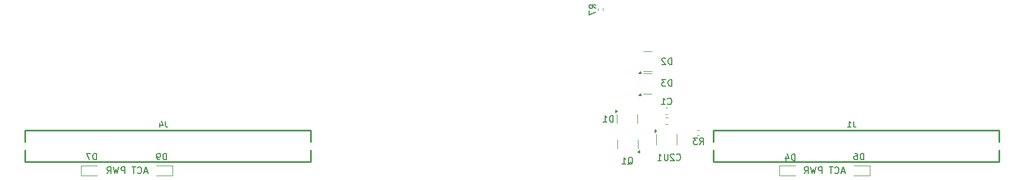
<source format=gbr>
%TF.GenerationSoftware,KiCad,Pcbnew,9.0.0*%
%TF.CreationDate,2025-06-18T14:15:24-07:00*%
%TF.ProjectId,1U Backplane,31552042-6163-46b7-906c-616e652e6b69,rev?*%
%TF.SameCoordinates,Original*%
%TF.FileFunction,Legend,Bot*%
%TF.FilePolarity,Positive*%
%FSLAX46Y46*%
G04 Gerber Fmt 4.6, Leading zero omitted, Abs format (unit mm)*
G04 Created by KiCad (PCBNEW 9.0.0) date 2025-06-18 14:15:24*
%MOMM*%
%LPD*%
G01*
G04 APERTURE LIST*
%ADD10C,0.150000*%
%ADD11C,0.152400*%
%ADD12C,0.120000*%
%ADD13C,0.254000*%
G04 APERTURE END LIST*
D10*
X195195428Y-121869104D02*
X194719238Y-121869104D01*
X195290666Y-122154819D02*
X194957333Y-121154819D01*
X194957333Y-121154819D02*
X194624000Y-122154819D01*
X193719238Y-122059580D02*
X193766857Y-122107200D01*
X193766857Y-122107200D02*
X193909714Y-122154819D01*
X193909714Y-122154819D02*
X194004952Y-122154819D01*
X194004952Y-122154819D02*
X194147809Y-122107200D01*
X194147809Y-122107200D02*
X194243047Y-122011961D01*
X194243047Y-122011961D02*
X194290666Y-121916723D01*
X194290666Y-121916723D02*
X194338285Y-121726247D01*
X194338285Y-121726247D02*
X194338285Y-121583390D01*
X194338285Y-121583390D02*
X194290666Y-121392914D01*
X194290666Y-121392914D02*
X194243047Y-121297676D01*
X194243047Y-121297676D02*
X194147809Y-121202438D01*
X194147809Y-121202438D02*
X194004952Y-121154819D01*
X194004952Y-121154819D02*
X193909714Y-121154819D01*
X193909714Y-121154819D02*
X193766857Y-121202438D01*
X193766857Y-121202438D02*
X193719238Y-121250057D01*
X193433523Y-121154819D02*
X192862095Y-121154819D01*
X193147809Y-122154819D02*
X193147809Y-121154819D01*
X191766856Y-122154819D02*
X191766856Y-121154819D01*
X191766856Y-121154819D02*
X191385904Y-121154819D01*
X191385904Y-121154819D02*
X191290666Y-121202438D01*
X191290666Y-121202438D02*
X191243047Y-121250057D01*
X191243047Y-121250057D02*
X191195428Y-121345295D01*
X191195428Y-121345295D02*
X191195428Y-121488152D01*
X191195428Y-121488152D02*
X191243047Y-121583390D01*
X191243047Y-121583390D02*
X191290666Y-121631009D01*
X191290666Y-121631009D02*
X191385904Y-121678628D01*
X191385904Y-121678628D02*
X191766856Y-121678628D01*
X190862094Y-121154819D02*
X190623999Y-122154819D01*
X190623999Y-122154819D02*
X190433523Y-121440533D01*
X190433523Y-121440533D02*
X190243047Y-122154819D01*
X190243047Y-122154819D02*
X190004952Y-121154819D01*
X189052571Y-122154819D02*
X189385904Y-121678628D01*
X189623999Y-122154819D02*
X189623999Y-121154819D01*
X189623999Y-121154819D02*
X189243047Y-121154819D01*
X189243047Y-121154819D02*
X189147809Y-121202438D01*
X189147809Y-121202438D02*
X189100190Y-121250057D01*
X189100190Y-121250057D02*
X189052571Y-121345295D01*
X189052571Y-121345295D02*
X189052571Y-121488152D01*
X189052571Y-121488152D02*
X189100190Y-121583390D01*
X189100190Y-121583390D02*
X189147809Y-121631009D01*
X189147809Y-121631009D02*
X189243047Y-121678628D01*
X189243047Y-121678628D02*
X189623999Y-121678628D01*
X88770428Y-121869104D02*
X88294238Y-121869104D01*
X88865666Y-122154819D02*
X88532333Y-121154819D01*
X88532333Y-121154819D02*
X88199000Y-122154819D01*
X87294238Y-122059580D02*
X87341857Y-122107200D01*
X87341857Y-122107200D02*
X87484714Y-122154819D01*
X87484714Y-122154819D02*
X87579952Y-122154819D01*
X87579952Y-122154819D02*
X87722809Y-122107200D01*
X87722809Y-122107200D02*
X87818047Y-122011961D01*
X87818047Y-122011961D02*
X87865666Y-121916723D01*
X87865666Y-121916723D02*
X87913285Y-121726247D01*
X87913285Y-121726247D02*
X87913285Y-121583390D01*
X87913285Y-121583390D02*
X87865666Y-121392914D01*
X87865666Y-121392914D02*
X87818047Y-121297676D01*
X87818047Y-121297676D02*
X87722809Y-121202438D01*
X87722809Y-121202438D02*
X87579952Y-121154819D01*
X87579952Y-121154819D02*
X87484714Y-121154819D01*
X87484714Y-121154819D02*
X87341857Y-121202438D01*
X87341857Y-121202438D02*
X87294238Y-121250057D01*
X87008523Y-121154819D02*
X86437095Y-121154819D01*
X86722809Y-122154819D02*
X86722809Y-121154819D01*
X85341856Y-122154819D02*
X85341856Y-121154819D01*
X85341856Y-121154819D02*
X84960904Y-121154819D01*
X84960904Y-121154819D02*
X84865666Y-121202438D01*
X84865666Y-121202438D02*
X84818047Y-121250057D01*
X84818047Y-121250057D02*
X84770428Y-121345295D01*
X84770428Y-121345295D02*
X84770428Y-121488152D01*
X84770428Y-121488152D02*
X84818047Y-121583390D01*
X84818047Y-121583390D02*
X84865666Y-121631009D01*
X84865666Y-121631009D02*
X84960904Y-121678628D01*
X84960904Y-121678628D02*
X85341856Y-121678628D01*
X84437094Y-121154819D02*
X84198999Y-122154819D01*
X84198999Y-122154819D02*
X84008523Y-121440533D01*
X84008523Y-121440533D02*
X83818047Y-122154819D01*
X83818047Y-122154819D02*
X83579952Y-121154819D01*
X82627571Y-122154819D02*
X82960904Y-121678628D01*
X83198999Y-122154819D02*
X83198999Y-121154819D01*
X83198999Y-121154819D02*
X82818047Y-121154819D01*
X82818047Y-121154819D02*
X82722809Y-121202438D01*
X82722809Y-121202438D02*
X82675190Y-121250057D01*
X82675190Y-121250057D02*
X82627571Y-121345295D01*
X82627571Y-121345295D02*
X82627571Y-121488152D01*
X82627571Y-121488152D02*
X82675190Y-121583390D01*
X82675190Y-121583390D02*
X82722809Y-121631009D01*
X82722809Y-121631009D02*
X82818047Y-121678628D01*
X82818047Y-121678628D02*
X83198999Y-121678628D01*
X81037094Y-120054819D02*
X81037094Y-119054819D01*
X81037094Y-119054819D02*
X80798999Y-119054819D01*
X80798999Y-119054819D02*
X80656142Y-119102438D01*
X80656142Y-119102438D02*
X80560904Y-119197676D01*
X80560904Y-119197676D02*
X80513285Y-119292914D01*
X80513285Y-119292914D02*
X80465666Y-119483390D01*
X80465666Y-119483390D02*
X80465666Y-119626247D01*
X80465666Y-119626247D02*
X80513285Y-119816723D01*
X80513285Y-119816723D02*
X80560904Y-119911961D01*
X80560904Y-119911961D02*
X80656142Y-120007200D01*
X80656142Y-120007200D02*
X80798999Y-120054819D01*
X80798999Y-120054819D02*
X81037094Y-120054819D01*
X80132332Y-119054819D02*
X79465666Y-119054819D01*
X79465666Y-119054819D02*
X79894237Y-120054819D01*
X91737094Y-120054819D02*
X91737094Y-119054819D01*
X91737094Y-119054819D02*
X91498999Y-119054819D01*
X91498999Y-119054819D02*
X91356142Y-119102438D01*
X91356142Y-119102438D02*
X91260904Y-119197676D01*
X91260904Y-119197676D02*
X91213285Y-119292914D01*
X91213285Y-119292914D02*
X91165666Y-119483390D01*
X91165666Y-119483390D02*
X91165666Y-119626247D01*
X91165666Y-119626247D02*
X91213285Y-119816723D01*
X91213285Y-119816723D02*
X91260904Y-119911961D01*
X91260904Y-119911961D02*
X91356142Y-120007200D01*
X91356142Y-120007200D02*
X91498999Y-120054819D01*
X91498999Y-120054819D02*
X91737094Y-120054819D01*
X90689475Y-120054819D02*
X90498999Y-120054819D01*
X90498999Y-120054819D02*
X90403761Y-120007200D01*
X90403761Y-120007200D02*
X90356142Y-119959580D01*
X90356142Y-119959580D02*
X90260904Y-119816723D01*
X90260904Y-119816723D02*
X90213285Y-119626247D01*
X90213285Y-119626247D02*
X90213285Y-119245295D01*
X90213285Y-119245295D02*
X90260904Y-119150057D01*
X90260904Y-119150057D02*
X90308523Y-119102438D01*
X90308523Y-119102438D02*
X90403761Y-119054819D01*
X90403761Y-119054819D02*
X90594237Y-119054819D01*
X90594237Y-119054819D02*
X90689475Y-119102438D01*
X90689475Y-119102438D02*
X90737094Y-119150057D01*
X90737094Y-119150057D02*
X90784713Y-119245295D01*
X90784713Y-119245295D02*
X90784713Y-119483390D01*
X90784713Y-119483390D02*
X90737094Y-119578628D01*
X90737094Y-119578628D02*
X90689475Y-119626247D01*
X90689475Y-119626247D02*
X90594237Y-119673866D01*
X90594237Y-119673866D02*
X90403761Y-119673866D01*
X90403761Y-119673866D02*
X90308523Y-119626247D01*
X90308523Y-119626247D02*
X90260904Y-119578628D01*
X90260904Y-119578628D02*
X90213285Y-119483390D01*
D11*
X91545765Y-114150217D02*
X91545765Y-114803360D01*
X91545765Y-114803360D02*
X91589308Y-114933989D01*
X91589308Y-114933989D02*
X91676394Y-115021075D01*
X91676394Y-115021075D02*
X91807022Y-115064617D01*
X91807022Y-115064617D02*
X91894108Y-115064617D01*
X90718451Y-114455017D02*
X90718451Y-115064617D01*
X90936165Y-114106675D02*
X91153879Y-114759817D01*
X91153879Y-114759817D02*
X90587822Y-114759817D01*
D10*
X169565666Y-120059580D02*
X169613285Y-120107200D01*
X169613285Y-120107200D02*
X169756142Y-120154819D01*
X169756142Y-120154819D02*
X169851380Y-120154819D01*
X169851380Y-120154819D02*
X169994237Y-120107200D01*
X169994237Y-120107200D02*
X170089475Y-120011961D01*
X170089475Y-120011961D02*
X170137094Y-119916723D01*
X170137094Y-119916723D02*
X170184713Y-119726247D01*
X170184713Y-119726247D02*
X170184713Y-119583390D01*
X170184713Y-119583390D02*
X170137094Y-119392914D01*
X170137094Y-119392914D02*
X170089475Y-119297676D01*
X170089475Y-119297676D02*
X169994237Y-119202438D01*
X169994237Y-119202438D02*
X169851380Y-119154819D01*
X169851380Y-119154819D02*
X169756142Y-119154819D01*
X169756142Y-119154819D02*
X169613285Y-119202438D01*
X169613285Y-119202438D02*
X169565666Y-119250057D01*
X169184713Y-119250057D02*
X169137094Y-119202438D01*
X169137094Y-119202438D02*
X169041856Y-119154819D01*
X169041856Y-119154819D02*
X168803761Y-119154819D01*
X168803761Y-119154819D02*
X168708523Y-119202438D01*
X168708523Y-119202438D02*
X168660904Y-119250057D01*
X168660904Y-119250057D02*
X168613285Y-119345295D01*
X168613285Y-119345295D02*
X168613285Y-119440533D01*
X168613285Y-119440533D02*
X168660904Y-119583390D01*
X168660904Y-119583390D02*
X169232332Y-120154819D01*
X169232332Y-120154819D02*
X168613285Y-120154819D01*
X168190666Y-111492080D02*
X168238285Y-111539700D01*
X168238285Y-111539700D02*
X168381142Y-111587319D01*
X168381142Y-111587319D02*
X168476380Y-111587319D01*
X168476380Y-111587319D02*
X168619237Y-111539700D01*
X168619237Y-111539700D02*
X168714475Y-111444461D01*
X168714475Y-111444461D02*
X168762094Y-111349223D01*
X168762094Y-111349223D02*
X168809713Y-111158747D01*
X168809713Y-111158747D02*
X168809713Y-111015890D01*
X168809713Y-111015890D02*
X168762094Y-110825414D01*
X168762094Y-110825414D02*
X168714475Y-110730176D01*
X168714475Y-110730176D02*
X168619237Y-110634938D01*
X168619237Y-110634938D02*
X168476380Y-110587319D01*
X168476380Y-110587319D02*
X168381142Y-110587319D01*
X168381142Y-110587319D02*
X168238285Y-110634938D01*
X168238285Y-110634938D02*
X168190666Y-110682557D01*
X167238285Y-111587319D02*
X167809713Y-111587319D01*
X167523999Y-111587319D02*
X167523999Y-110587319D01*
X167523999Y-110587319D02*
X167619237Y-110730176D01*
X167619237Y-110730176D02*
X167714475Y-110825414D01*
X167714475Y-110825414D02*
X167809713Y-110873033D01*
X168260904Y-119154819D02*
X168260904Y-119964342D01*
X168260904Y-119964342D02*
X168213285Y-120059580D01*
X168213285Y-120059580D02*
X168165666Y-120107200D01*
X168165666Y-120107200D02*
X168070428Y-120154819D01*
X168070428Y-120154819D02*
X167879952Y-120154819D01*
X167879952Y-120154819D02*
X167784714Y-120107200D01*
X167784714Y-120107200D02*
X167737095Y-120059580D01*
X167737095Y-120059580D02*
X167689476Y-119964342D01*
X167689476Y-119964342D02*
X167689476Y-119154819D01*
X166689476Y-120154819D02*
X167260904Y-120154819D01*
X166975190Y-120154819D02*
X166975190Y-119154819D01*
X166975190Y-119154819D02*
X167070428Y-119297676D01*
X167070428Y-119297676D02*
X167165666Y-119392914D01*
X167165666Y-119392914D02*
X167260904Y-119440533D01*
X162144238Y-120770057D02*
X162239476Y-120722438D01*
X162239476Y-120722438D02*
X162334714Y-120627200D01*
X162334714Y-120627200D02*
X162477571Y-120484342D01*
X162477571Y-120484342D02*
X162572809Y-120436723D01*
X162572809Y-120436723D02*
X162668047Y-120436723D01*
X162620428Y-120674819D02*
X162715666Y-120627200D01*
X162715666Y-120627200D02*
X162810904Y-120531961D01*
X162810904Y-120531961D02*
X162858523Y-120341485D01*
X162858523Y-120341485D02*
X162858523Y-120008152D01*
X162858523Y-120008152D02*
X162810904Y-119817676D01*
X162810904Y-119817676D02*
X162715666Y-119722438D01*
X162715666Y-119722438D02*
X162620428Y-119674819D01*
X162620428Y-119674819D02*
X162429952Y-119674819D01*
X162429952Y-119674819D02*
X162334714Y-119722438D01*
X162334714Y-119722438D02*
X162239476Y-119817676D01*
X162239476Y-119817676D02*
X162191857Y-120008152D01*
X162191857Y-120008152D02*
X162191857Y-120341485D01*
X162191857Y-120341485D02*
X162239476Y-120531961D01*
X162239476Y-120531961D02*
X162334714Y-120627200D01*
X162334714Y-120627200D02*
X162429952Y-120674819D01*
X162429952Y-120674819D02*
X162620428Y-120674819D01*
X161239476Y-120674819D02*
X161810904Y-120674819D01*
X161525190Y-120674819D02*
X161525190Y-119674819D01*
X161525190Y-119674819D02*
X161620428Y-119817676D01*
X161620428Y-119817676D02*
X161715666Y-119912914D01*
X161715666Y-119912914D02*
X161810904Y-119960533D01*
X187662094Y-120154819D02*
X187662094Y-119154819D01*
X187662094Y-119154819D02*
X187423999Y-119154819D01*
X187423999Y-119154819D02*
X187281142Y-119202438D01*
X187281142Y-119202438D02*
X187185904Y-119297676D01*
X187185904Y-119297676D02*
X187138285Y-119392914D01*
X187138285Y-119392914D02*
X187090666Y-119583390D01*
X187090666Y-119583390D02*
X187090666Y-119726247D01*
X187090666Y-119726247D02*
X187138285Y-119916723D01*
X187138285Y-119916723D02*
X187185904Y-120011961D01*
X187185904Y-120011961D02*
X187281142Y-120107200D01*
X187281142Y-120107200D02*
X187423999Y-120154819D01*
X187423999Y-120154819D02*
X187662094Y-120154819D01*
X186233523Y-119488152D02*
X186233523Y-120154819D01*
X186471618Y-119107200D02*
X186709713Y-119821485D01*
X186709713Y-119821485D02*
X186090666Y-119821485D01*
D11*
X196595765Y-114150217D02*
X196595765Y-114803360D01*
X196595765Y-114803360D02*
X196639308Y-114933989D01*
X196639308Y-114933989D02*
X196726394Y-115021075D01*
X196726394Y-115021075D02*
X196857022Y-115064617D01*
X196857022Y-115064617D02*
X196944108Y-115064617D01*
X195681365Y-115064617D02*
X196203879Y-115064617D01*
X195942622Y-115064617D02*
X195942622Y-114150217D01*
X195942622Y-114150217D02*
X196029708Y-114280846D01*
X196029708Y-114280846D02*
X196116793Y-114367932D01*
X196116793Y-114367932D02*
X196203879Y-114411475D01*
D10*
X173100666Y-117694819D02*
X173433999Y-117218628D01*
X173672094Y-117694819D02*
X173672094Y-116694819D01*
X173672094Y-116694819D02*
X173291142Y-116694819D01*
X173291142Y-116694819D02*
X173195904Y-116742438D01*
X173195904Y-116742438D02*
X173148285Y-116790057D01*
X173148285Y-116790057D02*
X173100666Y-116885295D01*
X173100666Y-116885295D02*
X173100666Y-117028152D01*
X173100666Y-117028152D02*
X173148285Y-117123390D01*
X173148285Y-117123390D02*
X173195904Y-117171009D01*
X173195904Y-117171009D02*
X173291142Y-117218628D01*
X173291142Y-117218628D02*
X173672094Y-117218628D01*
X172767332Y-116694819D02*
X172148285Y-116694819D01*
X172148285Y-116694819D02*
X172481618Y-117075771D01*
X172481618Y-117075771D02*
X172338761Y-117075771D01*
X172338761Y-117075771D02*
X172243523Y-117123390D01*
X172243523Y-117123390D02*
X172195904Y-117171009D01*
X172195904Y-117171009D02*
X172148285Y-117266247D01*
X172148285Y-117266247D02*
X172148285Y-117504342D01*
X172148285Y-117504342D02*
X172195904Y-117599580D01*
X172195904Y-117599580D02*
X172243523Y-117647200D01*
X172243523Y-117647200D02*
X172338761Y-117694819D01*
X172338761Y-117694819D02*
X172624475Y-117694819D01*
X172624475Y-117694819D02*
X172719713Y-117647200D01*
X172719713Y-117647200D02*
X172767332Y-117599580D01*
X168837094Y-105454819D02*
X168837094Y-104454819D01*
X168837094Y-104454819D02*
X168598999Y-104454819D01*
X168598999Y-104454819D02*
X168456142Y-104502438D01*
X168456142Y-104502438D02*
X168360904Y-104597676D01*
X168360904Y-104597676D02*
X168313285Y-104692914D01*
X168313285Y-104692914D02*
X168265666Y-104883390D01*
X168265666Y-104883390D02*
X168265666Y-105026247D01*
X168265666Y-105026247D02*
X168313285Y-105216723D01*
X168313285Y-105216723D02*
X168360904Y-105311961D01*
X168360904Y-105311961D02*
X168456142Y-105407200D01*
X168456142Y-105407200D02*
X168598999Y-105454819D01*
X168598999Y-105454819D02*
X168837094Y-105454819D01*
X167884713Y-104550057D02*
X167837094Y-104502438D01*
X167837094Y-104502438D02*
X167741856Y-104454819D01*
X167741856Y-104454819D02*
X167503761Y-104454819D01*
X167503761Y-104454819D02*
X167408523Y-104502438D01*
X167408523Y-104502438D02*
X167360904Y-104550057D01*
X167360904Y-104550057D02*
X167313285Y-104645295D01*
X167313285Y-104645295D02*
X167313285Y-104740533D01*
X167313285Y-104740533D02*
X167360904Y-104883390D01*
X167360904Y-104883390D02*
X167932332Y-105454819D01*
X167932332Y-105454819D02*
X167313285Y-105454819D01*
X159877094Y-114274819D02*
X159877094Y-113274819D01*
X159877094Y-113274819D02*
X159638999Y-113274819D01*
X159638999Y-113274819D02*
X159496142Y-113322438D01*
X159496142Y-113322438D02*
X159400904Y-113417676D01*
X159400904Y-113417676D02*
X159353285Y-113512914D01*
X159353285Y-113512914D02*
X159305666Y-113703390D01*
X159305666Y-113703390D02*
X159305666Y-113846247D01*
X159305666Y-113846247D02*
X159353285Y-114036723D01*
X159353285Y-114036723D02*
X159400904Y-114131961D01*
X159400904Y-114131961D02*
X159496142Y-114227200D01*
X159496142Y-114227200D02*
X159638999Y-114274819D01*
X159638999Y-114274819D02*
X159877094Y-114274819D01*
X158353285Y-114274819D02*
X158924713Y-114274819D01*
X158638999Y-114274819D02*
X158638999Y-113274819D01*
X158638999Y-113274819D02*
X158734237Y-113417676D01*
X158734237Y-113417676D02*
X158829475Y-113512914D01*
X158829475Y-113512914D02*
X158924713Y-113560533D01*
X168837094Y-108754819D02*
X168837094Y-107754819D01*
X168837094Y-107754819D02*
X168598999Y-107754819D01*
X168598999Y-107754819D02*
X168456142Y-107802438D01*
X168456142Y-107802438D02*
X168360904Y-107897676D01*
X168360904Y-107897676D02*
X168313285Y-107992914D01*
X168313285Y-107992914D02*
X168265666Y-108183390D01*
X168265666Y-108183390D02*
X168265666Y-108326247D01*
X168265666Y-108326247D02*
X168313285Y-108516723D01*
X168313285Y-108516723D02*
X168360904Y-108611961D01*
X168360904Y-108611961D02*
X168456142Y-108707200D01*
X168456142Y-108707200D02*
X168598999Y-108754819D01*
X168598999Y-108754819D02*
X168837094Y-108754819D01*
X167932332Y-107754819D02*
X167313285Y-107754819D01*
X167313285Y-107754819D02*
X167646618Y-108135771D01*
X167646618Y-108135771D02*
X167503761Y-108135771D01*
X167503761Y-108135771D02*
X167408523Y-108183390D01*
X167408523Y-108183390D02*
X167360904Y-108231009D01*
X167360904Y-108231009D02*
X167313285Y-108326247D01*
X167313285Y-108326247D02*
X167313285Y-108564342D01*
X167313285Y-108564342D02*
X167360904Y-108659580D01*
X167360904Y-108659580D02*
X167408523Y-108707200D01*
X167408523Y-108707200D02*
X167503761Y-108754819D01*
X167503761Y-108754819D02*
X167789475Y-108754819D01*
X167789475Y-108754819D02*
X167884713Y-108707200D01*
X167884713Y-108707200D02*
X167932332Y-108659580D01*
X198162094Y-120054819D02*
X198162094Y-119054819D01*
X198162094Y-119054819D02*
X197923999Y-119054819D01*
X197923999Y-119054819D02*
X197781142Y-119102438D01*
X197781142Y-119102438D02*
X197685904Y-119197676D01*
X197685904Y-119197676D02*
X197638285Y-119292914D01*
X197638285Y-119292914D02*
X197590666Y-119483390D01*
X197590666Y-119483390D02*
X197590666Y-119626247D01*
X197590666Y-119626247D02*
X197638285Y-119816723D01*
X197638285Y-119816723D02*
X197685904Y-119911961D01*
X197685904Y-119911961D02*
X197781142Y-120007200D01*
X197781142Y-120007200D02*
X197923999Y-120054819D01*
X197923999Y-120054819D02*
X198162094Y-120054819D01*
X196733523Y-119054819D02*
X196923999Y-119054819D01*
X196923999Y-119054819D02*
X197019237Y-119102438D01*
X197019237Y-119102438D02*
X197066856Y-119150057D01*
X197066856Y-119150057D02*
X197162094Y-119292914D01*
X197162094Y-119292914D02*
X197209713Y-119483390D01*
X197209713Y-119483390D02*
X197209713Y-119864342D01*
X197209713Y-119864342D02*
X197162094Y-119959580D01*
X197162094Y-119959580D02*
X197114475Y-120007200D01*
X197114475Y-120007200D02*
X197019237Y-120054819D01*
X197019237Y-120054819D02*
X196828761Y-120054819D01*
X196828761Y-120054819D02*
X196733523Y-120007200D01*
X196733523Y-120007200D02*
X196685904Y-119959580D01*
X196685904Y-119959580D02*
X196638285Y-119864342D01*
X196638285Y-119864342D02*
X196638285Y-119626247D01*
X196638285Y-119626247D02*
X196685904Y-119531009D01*
X196685904Y-119531009D02*
X196733523Y-119483390D01*
X196733523Y-119483390D02*
X196828761Y-119435771D01*
X196828761Y-119435771D02*
X197019237Y-119435771D01*
X197019237Y-119435771D02*
X197114475Y-119483390D01*
X197114475Y-119483390D02*
X197162094Y-119531009D01*
X197162094Y-119531009D02*
X197209713Y-119626247D01*
X157228819Y-96858333D02*
X156752628Y-96525000D01*
X157228819Y-96286905D02*
X156228819Y-96286905D01*
X156228819Y-96286905D02*
X156228819Y-96667857D01*
X156228819Y-96667857D02*
X156276438Y-96763095D01*
X156276438Y-96763095D02*
X156324057Y-96810714D01*
X156324057Y-96810714D02*
X156419295Y-96858333D01*
X156419295Y-96858333D02*
X156562152Y-96858333D01*
X156562152Y-96858333D02*
X156657390Y-96810714D01*
X156657390Y-96810714D02*
X156705009Y-96763095D01*
X156705009Y-96763095D02*
X156752628Y-96667857D01*
X156752628Y-96667857D02*
X156752628Y-96286905D01*
X156228819Y-97191667D02*
X156228819Y-97858333D01*
X156228819Y-97858333D02*
X157228819Y-97429762D01*
D12*
%TO.C,D7*%
X78639000Y-120965000D02*
X81099000Y-120965000D01*
X78639000Y-122435000D02*
X78639000Y-120965000D01*
X81099000Y-122435000D02*
X78639000Y-122435000D01*
%TO.C,D9*%
X90199000Y-120965000D02*
X92659000Y-120965000D01*
X92659000Y-120965000D02*
X92659000Y-122435000D01*
X92659000Y-122435000D02*
X90199000Y-122435000D01*
D13*
%TO.C,J4*%
X70149000Y-115500000D02*
X70149000Y-117309500D01*
X70149000Y-118590500D02*
X70149000Y-120400000D01*
X70149000Y-120400000D02*
X113749000Y-120400000D01*
X113749000Y-115500000D02*
X70149000Y-115500000D01*
X113749000Y-117309500D02*
X113749000Y-115500000D01*
X113749000Y-120400000D02*
X113749000Y-118590500D01*
D12*
%TO.C,C2*%
X167902733Y-113590000D02*
X168195267Y-113590000D01*
X167902733Y-114610000D02*
X168195267Y-114610000D01*
%TO.C,C1*%
X168170267Y-112052500D02*
X167877733Y-112052500D01*
X168170267Y-113072500D02*
X167877733Y-113072500D01*
%TO.C,U1*%
X166489000Y-116937500D02*
X166489000Y-116137500D01*
X166489000Y-116937500D02*
X166489000Y-117737500D01*
X169609000Y-116937500D02*
X169609000Y-116137500D01*
X169609000Y-116937500D02*
X169609000Y-117737500D01*
X166539000Y-115637500D02*
X166209000Y-115877500D01*
X166209000Y-115397500D01*
X166539000Y-115637500D01*
G36*
X166539000Y-115637500D02*
G01*
X166209000Y-115877500D01*
X166209000Y-115397500D01*
X166539000Y-115637500D01*
G37*
%TO.C,Q1*%
X160539000Y-117637500D02*
X160539000Y-116987500D01*
X160539000Y-117637500D02*
X160539000Y-118287500D01*
X163659000Y-117637500D02*
X163659000Y-116987500D01*
X163659000Y-117637500D02*
X163659000Y-118287500D01*
X163939000Y-119040000D02*
X163609000Y-118800000D01*
X163939000Y-118560000D01*
X163939000Y-119040000D01*
G36*
X163939000Y-119040000D02*
G01*
X163609000Y-118800000D01*
X163939000Y-118560000D01*
X163939000Y-119040000D01*
G37*
%TO.C,D4*%
X185289000Y-120965000D02*
X187749000Y-120965000D01*
X185289000Y-122435000D02*
X185289000Y-120965000D01*
X187749000Y-122435000D02*
X185289000Y-122435000D01*
D13*
%TO.C,J1*%
X175199000Y-115500000D02*
X175199000Y-117309500D01*
X175199000Y-118590500D02*
X175199000Y-120400000D01*
X175199000Y-120400000D02*
X218799000Y-120400000D01*
X218799000Y-115500000D02*
X175199000Y-115500000D01*
X218799000Y-117309500D02*
X218799000Y-115500000D01*
X218799000Y-120400000D02*
X218799000Y-118590500D01*
D12*
%TO.C,R3*%
X173012641Y-115520000D02*
X172705359Y-115520000D01*
X173012641Y-116280000D02*
X172705359Y-116280000D01*
%TO.C,D2*%
X165136500Y-103390000D02*
X164486500Y-103390000D01*
X165136500Y-103390000D02*
X165786500Y-103390000D01*
X165136500Y-106510000D02*
X164486500Y-106510000D01*
X165136500Y-106510000D02*
X165786500Y-106510000D01*
X164214000Y-106790000D02*
X163734000Y-106790000D01*
X163974000Y-106460000D01*
X164214000Y-106790000D01*
G36*
X164214000Y-106790000D02*
G01*
X163734000Y-106790000D01*
X163974000Y-106460000D01*
X164214000Y-106790000D01*
G37*
%TO.C,D1*%
X160489000Y-113762500D02*
X160489000Y-113112500D01*
X160489000Y-113762500D02*
X160489000Y-114412500D01*
X163609000Y-113762500D02*
X163609000Y-113112500D01*
X163609000Y-113762500D02*
X163609000Y-114412500D01*
X160539000Y-112600000D02*
X160209000Y-112840000D01*
X160209000Y-112360000D01*
X160539000Y-112600000D01*
G36*
X160539000Y-112600000D02*
G01*
X160209000Y-112840000D01*
X160209000Y-112360000D01*
X160539000Y-112600000D01*
G37*
%TO.C,D3*%
X165136500Y-106790000D02*
X164486500Y-106790000D01*
X165136500Y-106790000D02*
X165786500Y-106790000D01*
X165136500Y-109910000D02*
X164486500Y-109910000D01*
X165136500Y-109910000D02*
X165786500Y-109910000D01*
X164214000Y-110190000D02*
X163734000Y-110190000D01*
X163974000Y-109860000D01*
X164214000Y-110190000D01*
G36*
X164214000Y-110190000D02*
G01*
X163734000Y-110190000D01*
X163974000Y-109860000D01*
X164214000Y-110190000D01*
G37*
%TO.C,D6*%
X196599000Y-120965000D02*
X199059000Y-120965000D01*
X199059000Y-120965000D02*
X199059000Y-122435000D01*
X199059000Y-122435000D02*
X196599000Y-122435000D01*
%TO.C,R7*%
X157569000Y-97138641D02*
X157569000Y-96831359D01*
X158329000Y-97138641D02*
X158329000Y-96831359D01*
%TD*%
M02*

</source>
